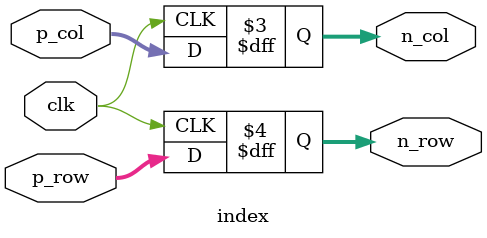
<source format=sv>
module index(n_col,n_row,p_col,p_row,clk);
  input [5:0] p_row,p_col;
  output reg [5:0] n_col,n_row;
  input clk;
  
  initial begin 
    n_col <= 6'b00000;
    n_row <= 6'b00000;
  end
  
  always @(posedge clk)
    begin
      
      n_col <= p_col;
      n_row <= p_row;
      
    end
  
endmodule

</source>
